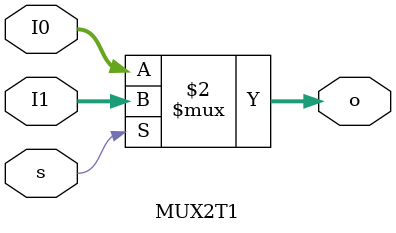
<source format=v>
`timescale 1ns / 1ps


module MUX2T1(
    input s,
    input[31:0] I0,
    input[31:0] I1,
    output[31:0] o
);
    assign o = (s == 1'b0)? I0: I1;
endmodule


</source>
